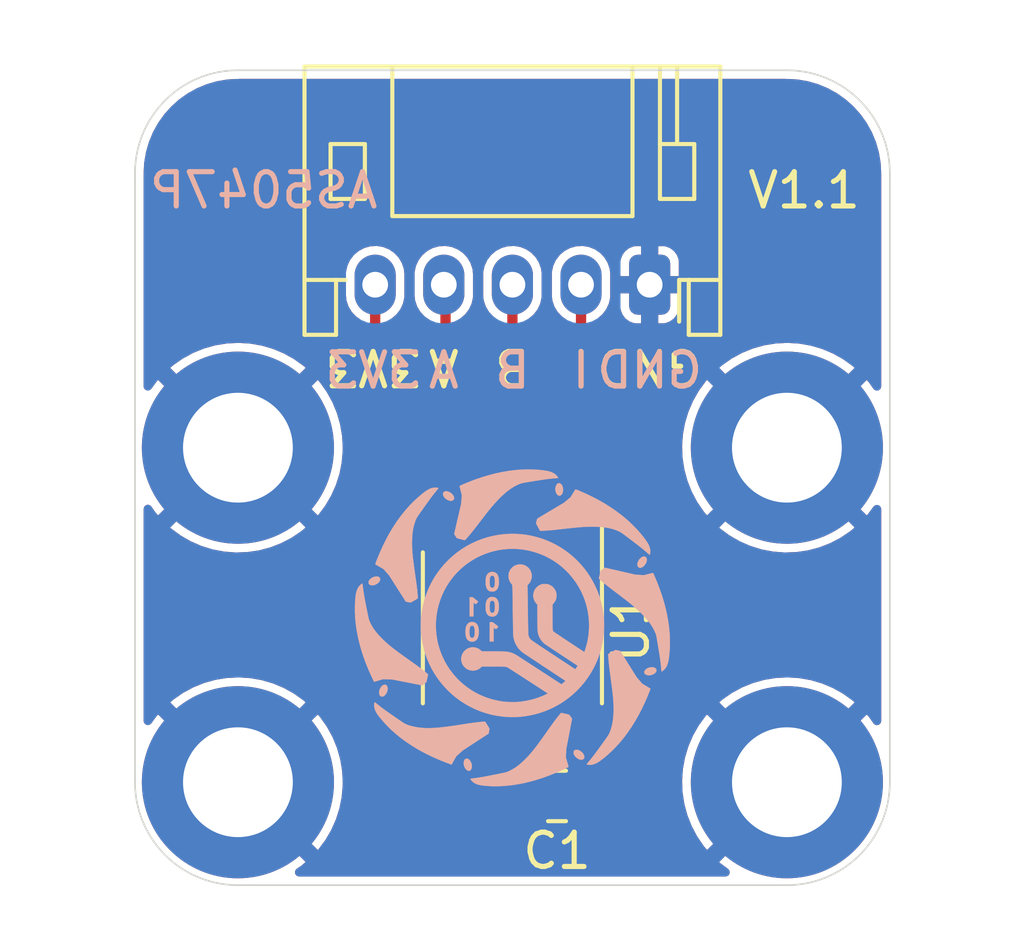
<source format=kicad_pcb>
(kicad_pcb (version 20221018) (generator pcbnew)
  (title_block (title "AS5047P Encoder") (date "2021-02-05") (rev "1") (company "luhbots") (comment 1 "holder pcb for the as5047p encoder"))
  (layers (0 "F.Cu" signal) (31 "B.Cu" signal) (34 "B.Paste" user) (35 "F.Paste" user) (36 "B.SilkS" user "B.Silkscreen") (37 "F.SilkS" user "F.Silkscreen") (38 "B.Mask" user) (39 "F.Mask" user) (44 "Edge.Cuts" user))
  (net 0 "")
  (net 1 "GND")
  (net 2 "+3V3")
  (net 3 "Net-(U1-Pad10)")
  (net 4 "Net-(U1-Pad9)")
  (net 5 "Net-(U1-Pad8)")
  (net 6 "Net-(U1-Pad5)")
  (net 7 "/A")
  (net 8 "/B")
  (net 9 "/I")
  (net 10 "Net-(U1-Pad4)")
  (net 11 "Net-(U1-Pad3)")
  (net 12 "Net-(U1-Pad2)")
  (net 13 "Net-(U1-Pad1)")
  (footprint "MountingHole:MountingHole_3.2mm_M3_DIN965_Pad" (layer "F.Cu") (at 70 65.75)
    (fp_text reference "H2")
    (fp_text value "MountingHole_Pad")
    (pad "1" thru_hole circle (at 0 0) (size 5.6 5.6) (drill 3.2) (layers "*.Cu" "*.Mask") (net 1 "GND"))
  )
  (footprint "MountingHole:MountingHole_3.2mm_M3_DIN965_Pad" (layer "F.Cu") (at 70 75.5)
    (fp_text reference "H3")
    (fp_text value "MountingHole_Pad")
    (pad "1" thru_hole circle (at 0 0) (size 5.6 5.6) (drill 3.2) (layers "*.Cu" "*.Mask") (net 1 "GND"))
  )
  (footprint "Connector_JST:JST_PH_S5B-PH-K_1x05_P2.00mm_Horizontal" (layer "F.Cu") (at 66 61 180)
    (fp_text reference "J1")
    (fp_text value "Conn_01x05")
    (pad "1" thru_hole roundrect (at 0 0 180) (size 1.2 1.75) (drill 0.75) (layers "*.Cu" "*.Mask") (roundrect_rratio 0.2083325) (net 1 "GND"))
    (pad "2" thru_hole oval (at 2 0 180) (size 1.2 1.75) (drill 0.75) (layers "*.Cu" "*.Mask") (net 9 "/I"))
    (pad "3" thru_hole oval (at 4 0 180) (size 1.2 1.75) (drill 0.75) (layers "*.Cu" "*.Mask") (net 8 "/B"))
    (pad "4" thru_hole oval (at 6 0 180) (size 1.2 1.75) (drill 0.75) (layers "*.Cu" "*.Mask") (net 7 "/A"))
    (pad "5" thru_hole oval (at 8 0 180) (size 1.2 1.75) (drill 0.75) (layers "*.Cu" "*.Mask") (net 2 "+3V3"))
  )
  (footprint "Package_SO:TSSOP-14_4.4x5mm_P0.65mm" (layer "F.Cu") (at 62 71 -90)
    (fp_text reference "U1" (at 0 -3.45 90) (layer "F.SilkS"))
    (fp_text value "AS5047P")
    (pad "1" smd roundrect (at -2.8625 -1.95 270) (size 1.475 0.4) (layers "F.Cu" "F.Paste" "F.Mask") (net 13 "Net-(U1-Pad1)"))
    (pad "2" smd roundrect (at -2.8625 -1.3 270) (size 1.475 0.4) (layers "F.Cu" "F.Paste" "F.Mask") (net 12 "Net-(U1-Pad2)"))
    (pad "3" smd roundrect (at -2.8625 -0.65 270) (size 1.475 0.4) (layers "F.Cu" "F.Paste" "F.Mask") (net 11 "Net-(U1-Pad3)"))
    (pad "4" smd roundrect (at -2.8625 0 270) (size 1.475 0.4) (layers "F.Cu" "F.Paste" "F.Mask") (net 10 "Net-(U1-Pad4)"))
    (pad "5" smd roundrect (at -2.8625 0.65 270) (size 1.475 0.4) (layers "F.Cu" "F.Paste" "F.Mask") (net 6 "Net-(U1-Pad5)"))
    (pad "6" smd roundrect (at -2.8625 1.3 270) (size 1.475 0.4) (layers "F.Cu" "F.Paste" "F.Mask") (net 8 "/B"))
    (pad "7" smd roundrect (at -2.8625 1.95 270) (size 1.475 0.4) (layers "F.Cu" "F.Paste" "F.Mask") (net 7 "/A"))
    (pad "8" smd roundrect (at 2.8625 1.95 270) (size 1.475 0.4) (layers "F.Cu" "F.Paste" "F.Mask") (net 5 "Net-(U1-Pad8)"))
    (pad "9" smd roundrect (at 2.8625 1.3 270) (size 1.475 0.4) (layers "F.Cu" "F.Paste" "F.Mask") (net 4 "Net-(U1-Pad9)"))
    (pad "10" smd roundrect (at 2.8625 0.65 270) (size 1.475 0.4) (layers "F.Cu" "F.Paste" "F.Mask") (net 3 "Net-(U1-Pad10)"))
    (pad "11" smd roundrect (at 2.8625 0 270) (size 1.475 0.4) (layers "F.Cu" "F.Paste" "F.Mask") (net 2 "+3V3"))
    (pad "12" smd roundrect (at 2.8625 -0.65 270) (size 1.475 0.4) (layers "F.Cu" "F.Paste" "F.Mask") (net 2 "+3V3"))
    (pad "13" smd roundrect (at 2.8625 -1.3 270) (size 1.475 0.4) (layers "F.Cu" "F.Paste" "F.Mask") (net 1 "GND"))
    (pad "14" smd roundrect (at 2.8625 -1.95 270) (size 1.475 0.4) (layers "F.Cu" "F.Paste" "F.Mask") (net 9 "/I"))
  )
  (footprint "MountingHole:MountingHole_3.2mm_M3_DIN965_Pad" (layer "F.Cu") (at 54 65.75)
    (fp_text reference "H1")
    (fp_text value "MountingHole_Pad")
    (pad "1" thru_hole circle (at 0 0) (size 5.6 5.6) (drill 3.2) (layers "*.Cu" "*.Mask") (net 1 "GND"))
  )
  (footprint "MountingHole:MountingHole_3.2mm_M3_DIN965_Pad" (layer "F.Cu") (at 54 75.5)
    (fp_text reference "H4")
    (fp_text value "MountingHole_Pad")
    (pad "1" thru_hole circle (at 0 0) (size 5.6 5.6) (drill 3.2) (layers "*.Cu" "*.Mask") (net 1 "GND"))
  )
  (footprint "Capacitor_SMD:C_0805_2012Metric_Pad1.18x1.45mm_HandSolder" (layer "F.Cu") (at 63.3 75.9)
    (fp_text reference "C1" (at 0 1.6) (layer "F.SilkS"))
    (fp_text value "100nF")
    (pad "1" smd roundrect (at -1.0375 0) (size 1.175 1.45) (layers "F.Cu" "F.Paste" "F.Mask") (roundrect_rratio 0.2127659574) (net 2 "+3V3"))
    (pad "2" smd roundrect (at 1.0375 0) (size 1.175 1.45) (layers "F.Cu" "F.Paste" "F.Mask") (roundrect_rratio 0.2127659574) (net 1 "GND"))
  )
  (footprint "wheelencoderAS5047p:logo 3200dpi" (layer "B.Cu") (at 62 71 180)
    (fp_text reference "G***" hide)
    (fp_text value "LOGO" hide)
  )
  (gr_line (start 73 58) (end 73 75.5) (stroke (width 0.05)) (layer "Edge.Cuts"))
  (gr_line (start 70 54.75) (end 54 54.75) (stroke (width 0.05)) (layer "Edge.Cuts"))
  (gr_line (start 51 58) (end 51 75.5) (stroke (width 0.05)) (layer "Edge.Cuts"))
  (gr_line (start 54 78.5) (end 70 78.5) (stroke (width 0.05)) (layer "Edge.Cuts"))
  (gr_line (start 51 58) (end 51 57.75) (stroke (width 0.05)) (layer "Edge.Cuts"))
  (gr_line (start 73 58) (end 73 57.75) (stroke (width 0.05)) (layer "Edge.Cuts"))
  (gr_arc (start 54 78.5) (mid 51.87868 77.62132) (end 51 75.5) (stroke (width 0.05)) (layer "Edge.Cuts"))
  (gr_arc (start 51 57.75) (mid 51.87868 55.62868) (end 54 54.75) (stroke (width 0.05)) (layer "Edge.Cuts"))
  (gr_arc (start 73 75.5) (mid 72.12132 77.62132) (end 70 78.5) (stroke (width 0.05)) (layer "Edge.Cuts"))
  (gr_arc (start 70 54.75) (mid 72.12132 55.62868) (end 73 57.75) (stroke (width 0.05)) (layer "Edge.Cuts"))
  (gr_text "GND" (at 66 63.5) (layer "B.SilkS") (effects (font (size 1 1)) (justify mirror)))
  (gr_text "I" (at 64 63.5) (layer "B.SilkS") (effects (font (size 1 1)) (justify mirror)))
  (gr_text "B" (at 62 63.5) (layer "B.SilkS") (effects (font (size 1 1)) (justify mirror)))
  (gr_text "A" (at 60 63.5) (layer "B.SilkS") (effects (font (size 1 1)) (justify mirror)))
  (gr_text "3V3" (at 57.94 63.5) (layer "B.SilkS") (effects (font (size 1 1)) (justify mirror)))
  (gr_text "AS5047P" (at 54.75 58.25) (layer "B.SilkS") (effects (font (size 1 1)) (justify mirror)))
  (gr_text "A" (at 60 63.4 180) (layer "F.SilkS") (effects (font (size 1 1))))
  (gr_text "V1.1" (at 70.5 58.25) (layer "F.SilkS") (effects (font (size 1 1))))
  (gr_text "I" (at 64 63.4 180) (layer "F.SilkS") (effects (font (size 1 1))))
  (gr_text "3V3" (at 57.94 63.4 180) (layer "F.SilkS") (effects (font (size 1 1))))
  (gr_text "GND" (at 66 63.4 180) (layer "F.SilkS") (effects (font (size 1 1))))
  (gr_text "B" (at 62 63.4 180) (layer "F.SilkS") (effects (font (size 1 1))))
  (segment (start 63.3 73.8625) (end 63.3 74.8625) (width 0.3) (layer "F.Cu") (net 1))
  (segment (start 63.3 74.8625) (end 64.3375 75.9) (width 0.3) (layer "F.Cu") (net 1))
  (segment (start 58 69.138586) (end 62 73.138586) (width 0.3) (layer "F.Cu") (net 2))
  (segment (start 62 75.6375) (end 62.2625 75.9) (width 0.3) (layer "F.Cu") (net 2))
  (segment (start 62 73.8625) (end 62 75.6375) (width 0.3) (layer "F.Cu") (net 2))
  (segment (start 58 61) (end 58 69.138586) (width 0.3) (layer "F.Cu") (net 2))
  (segment (start 62 73.8625) (end 62.65 73.8625) (width 0.3) (layer "F.Cu") (net 2))
  (segment (start 62.65 73.8625) (end 62.65 75.5125) (width 0.3) (layer "F.Cu") (net 2))
  (segment (start 62 73.138586) (end 62 73.8625) (width 0.3) (layer "F.Cu") (net 2))
  (segment (start 62.65 75.5125) (end 62.2625 75.9) (width 0.3) (layer "F.Cu") (net 2))
  (segment (start 60.05 68.1375) (end 60.05 61.05) (width 0.3) (layer "F.Cu") (net 7))
  (segment (start 60.05 61.05) (end 60 61) (width 0.3) (layer "F.Cu") (net 7))
  (segment (start 60.7 68.1375) (end 60.7 63.5) (width 0.3) (layer "F.Cu") (net 8))
  (segment (start 62 62.2) (end 62 61) (width 0.3) (layer "F.Cu") (net 8))
  (segment (start 60.7 63.5) (end 62 62.2) (width 0.3) (layer "F.Cu") (net 8))
  (segment (start 63.95 72.85) (end 64.50001 72.29999) (width 0.3) (layer "F.Cu") (net 9))
  (segment (start 64.50001 72.29999) (end 64.50001 62.70001) (width 0.3) (layer "F.Cu") (net 9))
  (segment (start 64 62.2) (end 64 61) (width 0.3) (layer "F.Cu") (net 9))
  (segment (start 63.95 73.8625) (end 63.95 72.85) (width 0.3) (layer "F.Cu") (net 9))
  (segment (start 64.50001 62.70001) (end 64 62.2) (width 0.3) (layer "F.Cu") (net 9))
  (zone (net 1) (net_name "GND") (layer "F.Cu") (connect_pads (clearance 0.25)) (min_thickness 0.25) (fill yes (thermal_gap 0.25) (thermal_bridge_width 0.5))
    (polygon (pts (xy 73 78.5) (xy 51 78.5) (xy 51 54.75) (xy 73 54.75)))
  )
  (zone (net 1) (net_name "GND") (layer "B.Cu") (connect_pads (clearance 0.25)) (min_thickness 0.25) (fill yes (thermal_gap 0.25) (thermal_bridge_width 0.5))
    (polygon (pts (xy 73 78.5) (xy 51 78.5) (xy 51 54.75) (xy 73 54.75)))
  )
)
</source>
